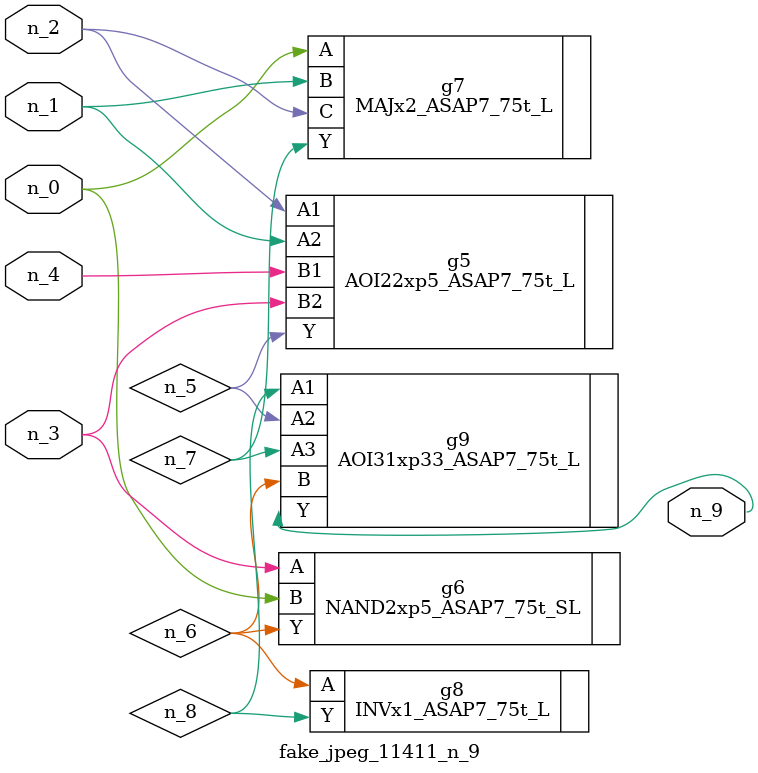
<source format=v>
module fake_jpeg_11411_n_9 (n_3, n_2, n_1, n_0, n_4, n_9);

input n_3;
input n_2;
input n_1;
input n_0;
input n_4;

output n_9;

wire n_8;
wire n_6;
wire n_5;
wire n_7;

AOI22xp5_ASAP7_75t_L g5 ( 
.A1(n_2),
.A2(n_1),
.B1(n_4),
.B2(n_3),
.Y(n_5)
);

NAND2xp5_ASAP7_75t_SL g6 ( 
.A(n_3),
.B(n_0),
.Y(n_6)
);

MAJx2_ASAP7_75t_L g7 ( 
.A(n_0),
.B(n_1),
.C(n_2),
.Y(n_7)
);

INVx1_ASAP7_75t_L g8 ( 
.A(n_6),
.Y(n_8)
);

AOI31xp33_ASAP7_75t_L g9 ( 
.A1(n_8),
.A2(n_5),
.A3(n_7),
.B(n_6),
.Y(n_9)
);


endmodule
</source>
